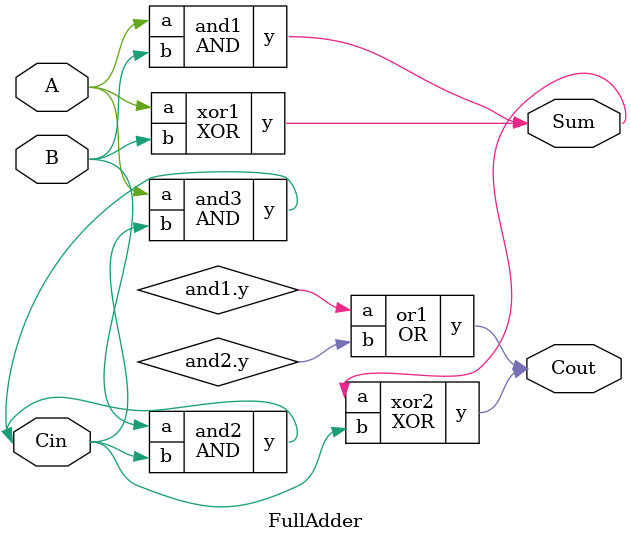
<source format=sv>
`timescale 1ns / 1ps


/*module full_adder_test(input logic A, B, Cin,
                  output logic Sum, Cout);

    // Full adder logic
    always_comb begin
        Sum  = A ^ B ^ Cin;
        Cout = (A & B) | (B & Cin) | (A & Cin);
    end

endmodule*/

/*****************************
module full_adder (x, y, z, S, C);
input x, y, z;
output S, C;
reg S, C;
always @(x, y, z)
begin
S <= x ^ y ^ z;
C <= x&y | x&z | y&z;
end
endmodule*/

module XOR (
  input logic a, b,
  output logic y
);
  assign y = a ^ b;
endmodule

module AND (
  input logic a, b,
  output logic y
);
  assign y = a & b;
endmodule

module OR (
  input logic a, b,
  output logic y
);
  assign y = a | b;
endmodule

module FullAdder (
  input logic A, B, Cin,
  output logic Sum, Cout
);
  XOR xor1 (.a(A), .b(B), .y(Sum));
  XOR xor2 (.a(Sum), .b(Cin), .y(Cout));
  AND and1 (.a(A), .b(B), .y(Sum));
  AND and2 (.a(B), .b(Cin), .y(Cin));
  AND and3 (.a(A), .b(Cin), .y(Cin));
  OR  or1  (.a(and1.y), .b(and2.y), .y(Cout));
endmodule

</source>
